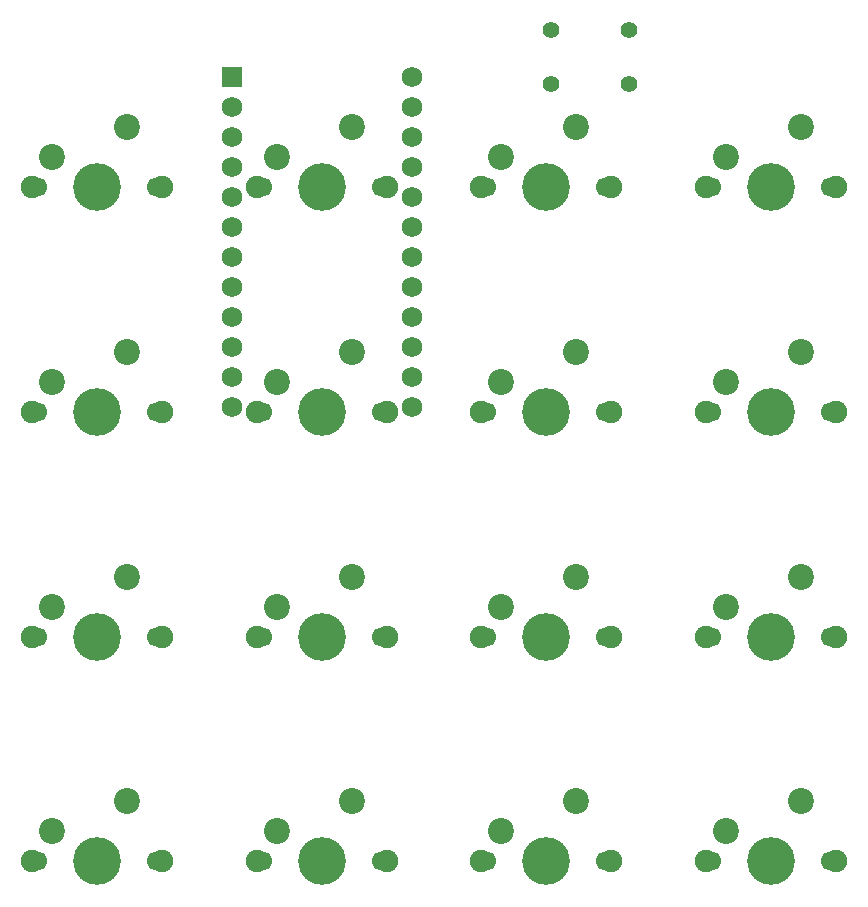
<source format=gbr>
%TF.GenerationSoftware,Altium Limited,Altium Designer,20.1.12 (249)*%
G04 Layer_Color=255*
%FSLAX26Y26*%
%MOIN*%
%TF.SameCoordinates,D75832AC-A100-412D-90FB-EBA7F01B91C8*%
%TF.FilePolarity,Positive*%
%TF.FileFunction,Pads,Bot*%
%TF.Part,Single*%
G01*
G75*
%TA.AperFunction,ComponentPad*%
%ADD11C,0.159449*%
%ADD12C,0.074803*%
%ADD13C,0.066929*%
%ADD14C,0.086614*%
%ADD15C,0.069016*%
%ADD16R,0.069016X0.069016*%
%ADD17C,0.055118*%
D11*
X1087382Y1832165D02*
D03*
X1836594Y2581378D02*
D03*
X1087389Y2581381D02*
D03*
X338169Y333740D02*
D03*
X1087382D02*
D03*
X1836594Y333740D02*
D03*
X2585807D02*
D03*
X1836605Y1082953D02*
D03*
X338169D02*
D03*
X1087382D02*
D03*
X2585807Y1082953D02*
D03*
X338169Y1832165D02*
D03*
X1836605D02*
D03*
X2585807Y1832165D02*
D03*
X338176Y2581381D02*
D03*
X2585807Y2581378D02*
D03*
D12*
X1303917Y1832165D02*
D03*
X870846D02*
D03*
X2053130Y2581378D02*
D03*
X1620059D02*
D03*
X1303925Y2581381D02*
D03*
X870854D02*
D03*
X554705Y333740D02*
D03*
X121634D02*
D03*
X1303917D02*
D03*
X870846D02*
D03*
X2053130Y333740D02*
D03*
X1620059D02*
D03*
X2802343D02*
D03*
X2369272D02*
D03*
X2053140Y1082953D02*
D03*
X1620070D02*
D03*
X554705D02*
D03*
X121634D02*
D03*
X1303918D02*
D03*
X870846D02*
D03*
X2802343Y1082953D02*
D03*
X2369272D02*
D03*
X554705Y1832165D02*
D03*
X121634D02*
D03*
X2053140D02*
D03*
X1620069D02*
D03*
X2802343Y1832165D02*
D03*
X2369272D02*
D03*
X554712Y2581381D02*
D03*
X121641D02*
D03*
X2802343Y2581378D02*
D03*
X2369272D02*
D03*
D13*
X1287382Y1832165D02*
D03*
X887382D02*
D03*
X2036594Y2581378D02*
D03*
X1636594D02*
D03*
X1287389Y2581381D02*
D03*
X887389D02*
D03*
X538169Y333740D02*
D03*
X138169D02*
D03*
X1287382D02*
D03*
X887382D02*
D03*
X2036594Y333740D02*
D03*
X1636594D02*
D03*
X2785807D02*
D03*
X2385807D02*
D03*
X2036605Y1082953D02*
D03*
X1636605D02*
D03*
X538169D02*
D03*
X138169D02*
D03*
X1287382D02*
D03*
X887382D02*
D03*
X2785807Y1082953D02*
D03*
X2385807D02*
D03*
X538169Y1832165D02*
D03*
X138169D02*
D03*
X2036605D02*
D03*
X1636605D02*
D03*
X2785807Y1832165D02*
D03*
X2385807D02*
D03*
X538176Y2581381D02*
D03*
X138176D02*
D03*
X2785807Y2581378D02*
D03*
X2385807D02*
D03*
D14*
X1187382Y2032165D02*
D03*
X937382Y1932165D02*
D03*
X1936594Y2781378D02*
D03*
X1686594Y2681378D02*
D03*
X1187389Y2781381D02*
D03*
X937389Y2681381D02*
D03*
X438169Y533740D02*
D03*
X188169Y433740D02*
D03*
X1187382Y533740D02*
D03*
X937382Y433740D02*
D03*
X1936594Y533740D02*
D03*
X1686594Y433740D02*
D03*
X2685807Y533740D02*
D03*
X2435807Y433740D02*
D03*
X1936605Y1282953D02*
D03*
X1686605Y1182953D02*
D03*
X438169Y1282953D02*
D03*
X188169Y1182953D02*
D03*
X1187382Y1282953D02*
D03*
X937382Y1182953D02*
D03*
X2685807Y1282953D02*
D03*
X2435807Y1182953D02*
D03*
X438169Y2032165D02*
D03*
X188169Y1932165D02*
D03*
X1936605Y2032165D02*
D03*
X1686605Y1932165D02*
D03*
X2685807Y2032165D02*
D03*
X2435807Y1932165D02*
D03*
X438176Y2781381D02*
D03*
X188176Y2681381D02*
D03*
X2685807Y2781378D02*
D03*
X2435807Y2681378D02*
D03*
D15*
X787795Y2249213D02*
D03*
Y2849213D02*
D03*
Y2649213D02*
D03*
Y2449213D02*
D03*
Y2549213D02*
D03*
Y2049213D02*
D03*
Y2149213D02*
D03*
Y1849213D02*
D03*
Y2749213D02*
D03*
Y2349213D02*
D03*
Y1949213D02*
D03*
X1387795Y2249213D02*
D03*
Y2949213D02*
D03*
Y2649213D02*
D03*
Y2849213D02*
D03*
Y2449213D02*
D03*
Y2549213D02*
D03*
Y2049213D02*
D03*
Y2149213D02*
D03*
Y1849213D02*
D03*
Y2349213D02*
D03*
Y1949213D02*
D03*
Y2749213D02*
D03*
D16*
X787795Y2949213D02*
D03*
D17*
X2112598Y3106693D02*
D03*
Y2925591D02*
D03*
X1852756Y3106693D02*
D03*
Y2925591D02*
D03*
%TF.MD5,149ee06f6bc761a8d6dc7f6412baf73f*%
M02*

</source>
